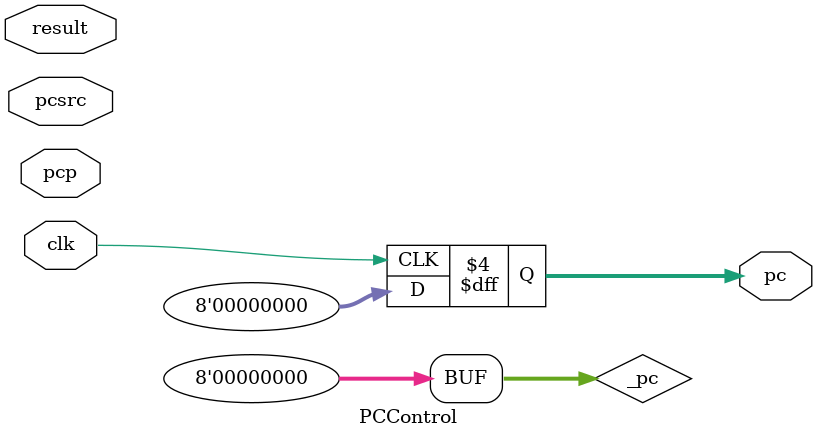
<source format=sv>
`timescale 1ns / 1ps


module PCControl(
    input reg clk, pcsrc,
    input reg [7:0] result, pcp,
    output reg[7:0] pc
    );
    reg [7:0] _pc;
    mux_2 pcSelector(pcp, result, pcsrc, _pc);
    always @(posedge clk)
        pc <= _pc;
    initial pc = 0;
    initial _pc = 0;
endmodule

</source>
